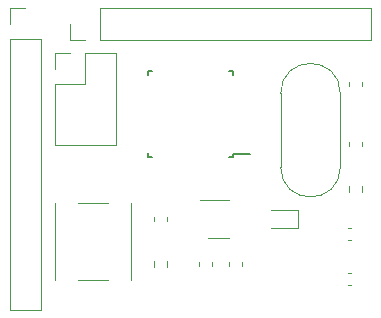
<source format=gbr>
%TF.GenerationSoftware,KiCad,Pcbnew,(5.1.9)-1*%
%TF.CreationDate,2021-04-29T17:58:46+08:00*%
%TF.ProjectId,arduino_pro_mini,61726475-696e-46f5-9f70-726f5f6d696e,rev?*%
%TF.SameCoordinates,Original*%
%TF.FileFunction,Legend,Top*%
%TF.FilePolarity,Positive*%
%FSLAX46Y46*%
G04 Gerber Fmt 4.6, Leading zero omitted, Abs format (unit mm)*
G04 Created by KiCad (PCBNEW (5.1.9)-1) date 2021-04-29 17:58:46*
%MOMM*%
%LPD*%
G01*
G04 APERTURE LIST*
%ADD10C,0.120000*%
%ADD11C,0.150000*%
G04 APERTURE END LIST*
D10*
%TO.C,J1*%
X144720000Y-43240000D02*
X149920000Y-43240000D01*
X144720000Y-38100000D02*
X144720000Y-43240000D01*
X149920000Y-35500000D02*
X149920000Y-43240000D01*
X144720000Y-38100000D02*
X147320000Y-38100000D01*
X147320000Y-38100000D02*
X147320000Y-35500000D01*
X147320000Y-35500000D02*
X149920000Y-35500000D01*
X144720000Y-36830000D02*
X144720000Y-35500000D01*
X144720000Y-35500000D02*
X146050000Y-35500000D01*
%TO.C,Y1*%
X163845000Y-45135000D02*
X163845000Y-38885000D01*
X168895000Y-45135000D02*
X168895000Y-38885000D01*
X168895000Y-38885000D02*
G75*
G03*
X163845000Y-38885000I-2525000J0D01*
G01*
X168895000Y-45135000D02*
G75*
G02*
X163845000Y-45135000I-2525000J0D01*
G01*
D11*
%TO.C,U2*%
X159835000Y-44265000D02*
X159835000Y-44040000D01*
X152585000Y-44265000D02*
X152585000Y-43940000D01*
X152585000Y-37015000D02*
X152585000Y-37340000D01*
X159835000Y-37015000D02*
X159835000Y-37340000D01*
X159835000Y-44265000D02*
X159510000Y-44265000D01*
X159835000Y-37015000D02*
X159510000Y-37015000D01*
X152585000Y-37015000D02*
X152910000Y-37015000D01*
X152585000Y-44265000D02*
X152910000Y-44265000D01*
X159835000Y-44040000D02*
X161260000Y-44040000D01*
D10*
%TO.C,U1*%
X157680000Y-51140000D02*
X159480000Y-51140000D01*
X159480000Y-47920000D02*
X157030000Y-47920000D01*
%TO.C,SW1*%
X151185000Y-54665000D02*
X151185000Y-48205000D01*
X146655000Y-54665000D02*
X149255000Y-54665000D01*
X144725000Y-54665000D02*
X144725000Y-48205000D01*
X146655000Y-48205000D02*
X149255000Y-48205000D01*
X144755000Y-54665000D02*
X144725000Y-54665000D01*
X151185000Y-54665000D02*
X151155000Y-54665000D01*
X151185000Y-48205000D02*
X151155000Y-48205000D01*
X144725000Y-48205000D02*
X144755000Y-48205000D01*
%TO.C,R2*%
X153147500Y-53577258D02*
X153147500Y-53102742D01*
X154192500Y-53577258D02*
X154192500Y-53102742D01*
%TO.C,R1*%
X169657500Y-47227258D02*
X169657500Y-46752742D01*
X170702500Y-47227258D02*
X170702500Y-46752742D01*
%TO.C,J3*%
X140910000Y-57210000D02*
X143570000Y-57210000D01*
X140910000Y-34290000D02*
X140910000Y-57210000D01*
X143570000Y-34290000D02*
X143570000Y-57210000D01*
X140910000Y-34290000D02*
X143570000Y-34290000D01*
X140910000Y-33020000D02*
X140910000Y-31690000D01*
X140910000Y-31690000D02*
X142240000Y-31690000D01*
%TO.C,J2*%
X171510000Y-34350000D02*
X171510000Y-31690000D01*
X148590000Y-34350000D02*
X171510000Y-34350000D01*
X148590000Y-31690000D02*
X171510000Y-31690000D01*
X148590000Y-34350000D02*
X148590000Y-31690000D01*
X147320000Y-34350000D02*
X145990000Y-34350000D01*
X145990000Y-34350000D02*
X145990000Y-33020000D01*
%TO.C,D1*%
X163030000Y-50265000D02*
X165315000Y-50265000D01*
X165315000Y-50265000D02*
X165315000Y-48795000D01*
X165315000Y-48795000D02*
X163030000Y-48795000D01*
%TO.C,C7*%
X170690000Y-37959420D02*
X170690000Y-38240580D01*
X169670000Y-37959420D02*
X169670000Y-38240580D01*
%TO.C,C6*%
X170690000Y-43039420D02*
X170690000Y-43320580D01*
X169670000Y-43039420D02*
X169670000Y-43320580D01*
%TO.C,C5*%
X160530000Y-53199420D02*
X160530000Y-53480580D01*
X159510000Y-53199420D02*
X159510000Y-53480580D01*
%TO.C,C4*%
X157990000Y-53199420D02*
X157990000Y-53480580D01*
X156970000Y-53199420D02*
X156970000Y-53480580D01*
%TO.C,C3*%
X169544420Y-54100000D02*
X169825580Y-54100000D01*
X169544420Y-55120000D02*
X169825580Y-55120000D01*
%TO.C,C2*%
X169544420Y-50290000D02*
X169825580Y-50290000D01*
X169544420Y-51310000D02*
X169825580Y-51310000D01*
%TO.C,C1*%
X154180000Y-49389420D02*
X154180000Y-49670580D01*
X153160000Y-49389420D02*
X153160000Y-49670580D01*
%TD*%
M02*

</source>
